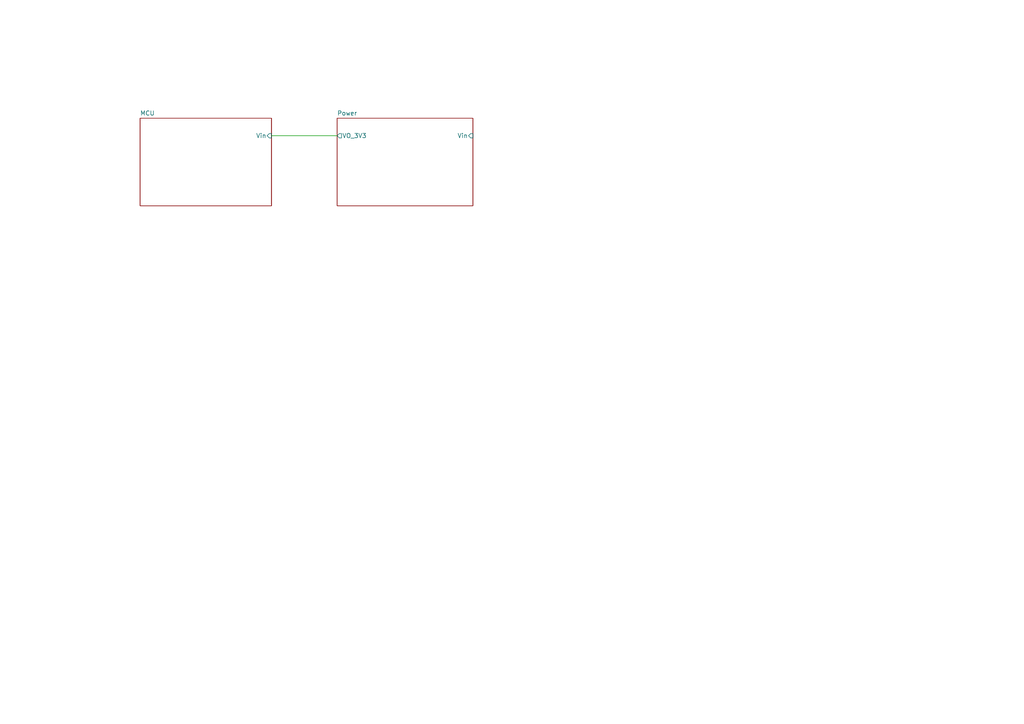
<source format=kicad_sch>
(kicad_sch
	(version 20250114)
	(generator "eeschema")
	(generator_version "9.0")
	(uuid "b2166375-c496-483c-b30b-4701c4bffa63")
	(paper "A4")
	(lib_symbols)
	(wire
		(pts
			(xy 78.74 39.37) (xy 97.79 39.37)
		)
		(stroke
			(width 0)
			(type default)
		)
		(uuid "3f37eb94-6a1d-40f1-8bad-f75dd1e3371d")
	)
	(sheet
		(at 97.79 34.29)
		(size 39.37 25.4)
		(exclude_from_sim no)
		(in_bom yes)
		(on_board yes)
		(dnp no)
		(fields_autoplaced yes)
		(stroke
			(width 0.1524)
			(type solid)
		)
		(fill
			(color 0 0 0 0.0000)
		)
		(uuid "34887bcd-d459-466a-a4ad-d4a276704133")
		(property "Sheetname" "Power"
			(at 97.79 33.5784 0)
			(effects
				(font
					(size 1.27 1.27)
				)
				(justify left bottom)
			)
		)
		(property "Sheetfile" "../../../schematics/Power/3.3V_v1.0/3.3V_v1.0.kicad_sch"
			(at 97.79 60.2746 0)
			(effects
				(font
					(size 1.27 1.27)
				)
				(justify left top)
				(hide yes)
			)
		)
		(pin "VO_3V3" output
			(at 97.79 39.37 180)
			(uuid "51d047d5-ce8c-4a28-8933-ef943500cb3d")
			(effects
				(font
					(size 1.27 1.27)
				)
				(justify left)
			)
		)
		(pin "Vin" input
			(at 137.16 39.37 0)
			(uuid "ea14241a-e614-4178-8dda-b6822c369597")
			(effects
				(font
					(size 1.27 1.27)
				)
				(justify right)
			)
		)
		(instances
			(project "UprightAccelerometers_v1.0"
				(path "/b2166375-c496-483c-b30b-4701c4bffa63"
					(page "3")
				)
			)
		)
	)
	(sheet
		(at 40.64 34.29)
		(size 38.1 25.4)
		(exclude_from_sim no)
		(in_bom yes)
		(on_board yes)
		(dnp no)
		(fields_autoplaced yes)
		(stroke
			(width 0.1524)
			(type solid)
		)
		(fill
			(color 0 0 0 0.0000)
		)
		(uuid "f0edd21f-12ad-414a-89ef-d9cd61625708")
		(property "Sheetname" "MCU"
			(at 40.64 33.5784 0)
			(effects
				(font
					(size 1.27 1.27)
				)
				(justify left bottom)
			)
		)
		(property "Sheetfile" "../../../schematics/Microcontrollers/STM32/stm32f042f6p6_core_v1.0/stm32f042f6p6_core_v1.0.kicad_sch"
			(at 40.64 60.2746 0)
			(effects
				(font
					(size 1.27 1.27)
				)
				(justify left top)
				(hide yes)
			)
		)
		(pin "Vin" input
			(at 78.74 39.37 0)
			(uuid "a88fada5-02cc-43a0-8e7c-16e0197ee3f9")
			(effects
				(font
					(size 1.27 1.27)
				)
				(justify right)
			)
		)
		(instances
			(project "UprightAccelerometers_v1.0"
				(path "/b2166375-c496-483c-b30b-4701c4bffa63"
					(page "2")
				)
			)
		)
	)
	(sheet_instances
		(path "/"
			(page "1")
		)
	)
	(embedded_fonts no)
)

</source>
